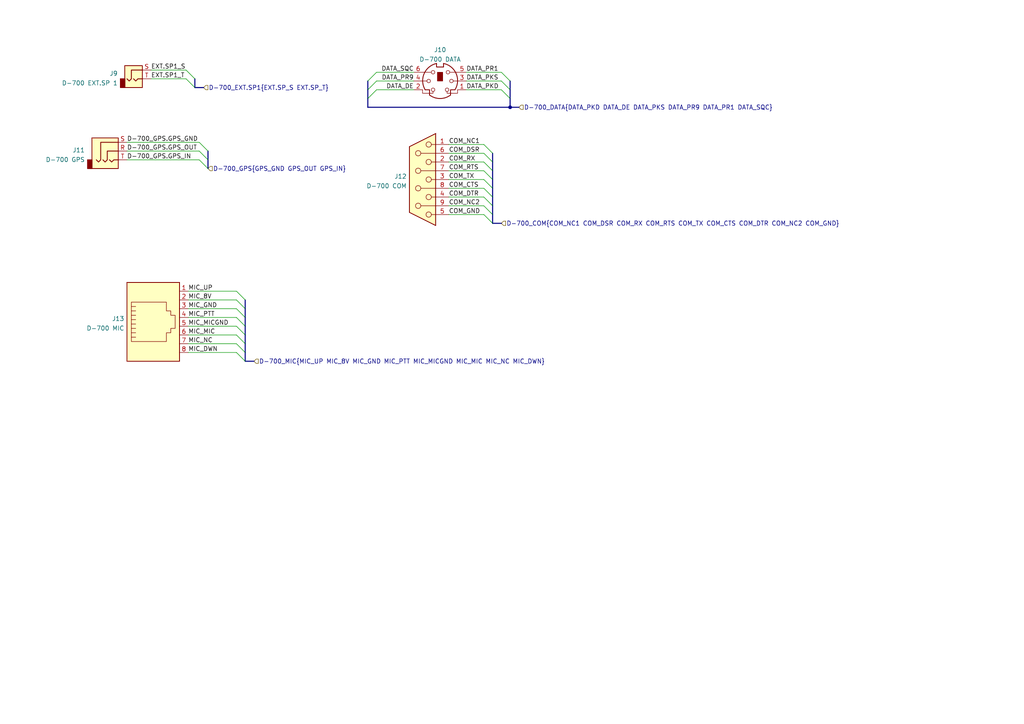
<source format=kicad_sch>
(kicad_sch (version 20211123) (generator eeschema)
  (paper "A4")
  (lib_symbols
    (symbol "Connector:AudioJack2"
      (property "Reference" "J" (at 0 8.89 0))
      (property "Value" "AudioJack2" (at 0 6.35 0))
      (symbol "AudioJack2_0_1"
        (rectangle (start -3.81 0) (end -2.54 -2.54) (stroke (width 0.254)) (fill (type outline)))
        (rectangle (start -2.54 3.81) (end 2.54 -2.54) (stroke (width 0.254)) (fill (type background)))
        (polyline (pts (xy 0 0) (xy 0.635 -0.635) (xy 1.27 0) (xy 2.54 0)) (stroke (width 0.254)))
        (polyline (pts (xy 2.54 2.54) (xy -0.635 2.54) (xy -0.635 0) (xy -1.27 -0.635) (xy -1.905 0)) (stroke (width 0.254)))
      )
      (symbol "AudioJack2_1_1"
        (pin passive line (at 5.08 2.54 180) (length 2.54) (name "~") (number "S"))
        (pin passive line (at 5.08 0 180) (length 2.54) (name "~") (number "T"))
      )
    )
    (symbol "Connector:AudioJack3"
      (property "Reference" "J" (at 0 8.89 0))
      (property "Value" "AudioJack3" (at 0 6.35 0))
      (symbol "AudioJack3_0_1"
        (rectangle (start -5.08 -5.08) (end -6.35 -2.54) (stroke (width 0.254)) (fill (type outline)))
        (polyline (pts (xy 0 -2.54) (xy 0.635 -3.175) (xy 1.27 -2.54) (xy 2.54 -2.54)) (stroke (width 0.254)))
        (polyline (pts (xy -1.905 -2.54) (xy -1.27 -3.175) (xy -0.635 -2.54) (xy -0.635 0) (xy 2.54 0)) (stroke (width 0.254)))
        (polyline (pts (xy 2.54 2.54) (xy -2.54 2.54) (xy -2.54 -2.54) (xy -3.175 -3.175) (xy -3.81 -2.54)) (stroke (width 0.254)))
        (rectangle (start 2.54 3.81) (end -5.08 -5.08) (stroke (width 0.254)) (fill (type background)))
      )
      (symbol "AudioJack3_1_1"
        (pin passive line (at 5.08 0 180) (length 2.54) (name "~") (number "R"))
        (pin passive line (at 5.08 2.54 180) (length 2.54) (name "~") (number "S"))
        (pin passive line (at 5.08 -2.54 180) (length 2.54) (name "~") (number "T"))
      )
    )
    (symbol "Connector:DB9_Female" (pin_names (offset 1.016) hide)
      (property "Reference" "J" (at 0 13.97 0))
      (property "Value" "DB9_Female" (at 0 -14.605 0))
      (symbol "DB9_Female_0_1"
        (circle (center -1.778 -10.16) (radius 0.762))
        (circle (center -1.778 -5.08) (radius 0.762))
        (circle (center -1.778 0) (radius 0.762))
        (circle (center -1.778 5.08) (radius 0.762))
        (circle (center -1.778 10.16) (radius 0.762))
        (polyline (pts (xy -3.81 -10.16) (xy -2.54 -10.16)))
        (polyline (pts (xy -3.81 -7.62) (xy 0.508 -7.62)))
        (polyline (pts (xy -3.81 -5.08) (xy -2.54 -5.08)))
        (polyline (pts (xy -3.81 -2.54) (xy 0.508 -2.54)))
        (polyline (pts (xy -3.81 0) (xy -2.54 0)))
        (polyline (pts (xy -3.81 2.54) (xy 0.508 2.54)))
        (polyline (pts (xy -3.81 5.08) (xy -2.54 5.08)))
        (polyline (pts (xy -3.81 7.62) (xy 0.508 7.62)))
        (polyline (pts (xy -3.81 10.16) (xy -2.54 10.16)))
        (polyline (pts (xy -3.81 13.335) (xy -3.81 -13.335) (xy 3.81 -9.525) (xy 3.81 9.525) (xy -3.81 13.335)) (stroke (width 0.254)) (fill (type background)))
        (circle (center 1.27 -7.62) (radius 0.762))
        (circle (center 1.27 -2.54) (radius 0.762))
        (circle (center 1.27 2.54) (radius 0.762))
        (circle (center 1.27 7.62) (radius 0.762))
      )
      (symbol "DB9_Female_1_1"
        (pin passive line (at -7.62 10.16 0) (length 3.81) (name "1") (number "1"))
        (pin passive line (at -7.62 5.08 0) (length 3.81) (name "2") (number "2"))
        (pin passive line (at -7.62 0 0) (length 3.81) (name "3") (number "3"))
        (pin passive line (at -7.62 -5.08 0) (length 3.81) (name "4") (number "4"))
        (pin passive line (at -7.62 -10.16 0) (length 3.81) (name "5") (number "5"))
        (pin passive line (at -7.62 7.62 0) (length 3.81) (name "6") (number "6"))
        (pin passive line (at -7.62 2.54 0) (length 3.81) (name "7") (number "7"))
        (pin passive line (at -7.62 -2.54 0) (length 3.81) (name "8") (number "8"))
        (pin passive line (at -7.62 -7.62 0) (length 3.81) (name "9") (number "9"))
      )
    )
    (symbol "Connector:Mini-DIN-6" (pin_names (offset 1.016))
      (property "Reference" "J" (at 0 6.35 0))
      (property "Value" "Mini-DIN-6" (at 0 -6.35 0))
      (symbol "Mini-DIN-6_0_1"
        (circle (center -3.302 0) (radius 0.508))
        (arc (start -3.048 -4.064) (mid 0 -5.08) (end 3.048 -4.064) (stroke (width 0.254)))
        (circle (center -2.032 -2.54) (radius 0.508))
        (circle (center -2.032 2.54) (radius 0.508))
        (arc (start -1.016 5.08) (mid -4.6243 2.1182) (end -4.318 -2.54) (stroke (width 0.254)))
        (rectangle (start -0.762 2.54) (end 0.762 0) (fill (type outline)))
        (polyline (pts (xy -3.81 0) (xy -5.08 0)))
        (polyline (pts (xy -2.54 2.54) (xy -5.08 2.54)))
        (polyline (pts (xy 2.794 2.54) (xy 5.08 2.54)))
        (polyline (pts (xy 5.08 0) (xy 3.81 0)))
        (polyline (pts (xy -4.318 -2.54) (xy -3.048 -2.54) (xy -3.048 -4.064)) (stroke (width 0.254)))
        (polyline (pts (xy 4.318 -2.54) (xy 3.048 -2.54) (xy 3.048 -4.064)) (stroke (width 0.254)))
        (polyline (pts (xy -2.032 -3.048) (xy -2.032 -3.556) (xy -5.08 -3.556) (xy -5.08 -2.54)))
        (polyline (pts (xy -1.016 5.08) (xy -1.016 4.064) (xy 1.016 4.064) (xy 1.016 5.08)) (stroke (width 0.254)))
        (polyline (pts (xy 2.032 -3.048) (xy 2.032 -3.556) (xy 5.08 -3.556) (xy 5.08 -2.54)))
        (circle (center 2.032 -2.54) (radius 0.508))
        (circle (center 2.286 2.54) (radius 0.508))
        (circle (center 3.302 0) (radius 0.508))
        (arc (start 4.318 -2.54) (mid 4.6646 2.1357) (end 1.016 5.08) (stroke (width 0.254)))
      )
      (symbol "Mini-DIN-6_1_1"
        (pin passive line (at 7.62 -2.54 180) (length 2.54) (name "~") (number "1"))
        (pin passive line (at -7.62 -2.54 0) (length 2.54) (name "~") (number "2"))
        (pin passive line (at 7.62 0 180) (length 2.54) (name "~") (number "3"))
        (pin passive line (at -7.62 0 0) (length 2.54) (name "~") (number "4"))
        (pin passive line (at 7.62 2.54 180) (length 2.54) (name "~") (number "5"))
        (pin passive line (at -7.62 2.54 0) (length 2.54) (name "~") (number "6"))
      )
    )
    (symbol "Connector:RJ45" (pin_names (offset 1.016))
      (property "Reference" "J" (at -5.08 13.97 0))
      (property "Value" "RJ45" (at 2.54 13.97 0))
      (symbol "RJ45_0_1"
        (polyline (pts (xy -5.08 4.445) (xy -6.35 4.445)))
        (polyline (pts (xy -5.08 5.715) (xy -6.35 5.715)))
        (polyline (pts (xy -6.35 -3.175) (xy -5.08 -3.175) (xy -5.08 -3.175)))
        (polyline (pts (xy -6.35 -1.905) (xy -5.08 -1.905) (xy -5.08 -1.905)))
        (polyline (pts (xy -6.35 -0.635) (xy -5.08 -0.635) (xy -5.08 -0.635)))
        (polyline (pts (xy -6.35 0.635) (xy -5.08 0.635) (xy -5.08 0.635)))
        (polyline (pts (xy -6.35 1.905) (xy -5.08 1.905) (xy -5.08 1.905)))
        (polyline (pts (xy -5.08 3.175) (xy -6.35 3.175) (xy -6.35 3.175)))
        (polyline (pts (xy -6.35 -4.445) (xy -6.35 6.985) (xy 3.81 6.985) (xy 3.81 4.445) (xy 5.08 4.445) (xy 5.08 3.175) (xy 6.35 3.175) (xy 6.35 -0.635) (xy 5.08 -0.635) (xy 5.08 -1.905) (xy 3.81 -1.905) (xy 3.81 -4.445) (xy -6.35 -4.445) (xy -6.35 -4.445)))
        (rectangle (start 7.62 12.7) (end -7.62 -10.16) (stroke (width 0.254)) (fill (type background)))
      )
      (symbol "RJ45_1_1"
        (pin passive line (at 10.16 -7.62 180) (length 2.54) (name "~") (number "1"))
        (pin passive line (at 10.16 -5.08 180) (length 2.54) (name "~") (number "2"))
        (pin passive line (at 10.16 -2.54 180) (length 2.54) (name "~") (number "3"))
        (pin passive line (at 10.16 0 180) (length 2.54) (name "~") (number "4"))
        (pin passive line (at 10.16 2.54 180) (length 2.54) (name "~") (number "5"))
        (pin passive line (at 10.16 5.08 180) (length 2.54) (name "~") (number "6"))
        (pin passive line (at 10.16 7.62 180) (length 2.54) (name "~") (number "7"))
        (pin passive line (at 10.16 10.16 180) (length 2.54) (name "~") (number "8"))
      )
    )
  )
  (junction (at 147.955 31.115))
  (bus_entry (at 109.22 20.955) (size -2.54 2.54))
  (bus_entry (at 140.335 49.53) (size 2.54 2.54))
  (bus_entry (at 140.335 54.61) (size 2.54 2.54))
  (bus_entry (at 145.415 23.495) (size 2.54 2.54))
  (bus_entry (at 145.415 26.035) (size 2.54 2.54))
  (bus_entry (at 68.58 97.155) (size 2.54 2.54))
  (bus_entry (at 57.785 46.355) (size 2.54 2.54))
  (bus_entry (at 68.58 84.455) (size 2.54 2.54))
  (bus_entry (at 53.975 22.86) (size 2.54 2.54))
  (bus_entry (at 140.335 41.91) (size 2.54 2.54))
  (bus_entry (at 68.58 86.995) (size 2.54 2.54))
  (bus_entry (at 140.335 59.69) (size 2.54 2.54))
  (bus_entry (at 68.58 102.235) (size 2.54 2.54))
  (bus_entry (at 53.975 20.32) (size 2.54 2.54))
  (bus_entry (at 57.785 43.815) (size 2.54 2.54))
  (bus_entry (at 68.58 99.695) (size 2.54 2.54))
  (bus_entry (at 145.415 20.955) (size 2.54 2.54))
  (bus_entry (at 140.335 46.99) (size 2.54 2.54))
  (bus_entry (at 109.22 26.035) (size -2.54 2.54))
  (bus_entry (at 140.335 44.45) (size 2.54 2.54))
  (bus_entry (at 109.22 23.495) (size -2.54 2.54))
  (bus_entry (at 140.335 62.23) (size 2.54 2.54))
  (bus_entry (at 140.335 52.07) (size 2.54 2.54))
  (bus_entry (at 140.335 57.15) (size 2.54 2.54))
  (bus_entry (at 68.58 92.075) (size 2.54 2.54))
  (bus_entry (at 68.58 89.535) (size 2.54 2.54))
  (bus_entry (at 68.58 94.615) (size 2.54 2.54))
  (bus_entry (at 57.785 41.275) (size 2.54 2.54))
  (bus (pts (xy 71.12 102.235) (xy 71.12 104.775)))
  (bus (pts (xy 106.68 28.575) (xy 106.68 31.115)))
  (bus (pts (xy 142.875 59.69) (xy 142.875 62.23)))
  (wire (pts (xy 43.815 22.86) (xy 53.975 22.86)))
  (bus (pts (xy 71.12 86.995) (xy 71.12 89.535)))
  (bus (pts (xy 71.12 94.615) (xy 71.12 97.155)))
  (bus (pts (xy 71.12 89.535) (xy 71.12 92.075)))
  (wire (pts (xy 57.785 43.815) (xy 36.83 43.815)))
  (wire (pts (xy 135.255 26.035) (xy 145.415 26.035)))
  (bus (pts (xy 147.955 28.575) (xy 147.955 31.115)))
  (wire (pts (xy 54.61 92.075) (xy 68.58 92.075)))
  (wire (pts (xy 130.175 41.91) (xy 140.335 41.91)))
  (wire (pts (xy 109.22 23.495) (xy 120.015 23.495)))
  (bus (pts (xy 142.875 46.99) (xy 142.875 49.53)))
  (wire (pts (xy 54.61 89.535) (xy 68.58 89.535)))
  (bus (pts (xy 106.68 26.035) (xy 106.68 28.575)))
  (wire (pts (xy 135.255 20.955) (xy 145.415 20.955)))
  (wire (pts (xy 54.61 102.235) (xy 68.58 102.235)))
  (bus (pts (xy 142.875 62.23) (xy 142.875 64.77)))
  (wire (pts (xy 43.815 20.32) (xy 53.975 20.32)))
  (wire (pts (xy 135.255 23.495) (xy 145.415 23.495)))
  (bus (pts (xy 142.875 49.53) (xy 142.875 52.07)))
  (wire (pts (xy 130.175 46.99) (xy 140.335 46.99)))
  (bus (pts (xy 71.12 104.775) (xy 73.66 104.775)))
  (wire (pts (xy 130.175 57.15) (xy 140.335 57.15)))
  (wire (pts (xy 130.175 52.07) (xy 140.335 52.07)))
  (wire (pts (xy 130.175 59.69) (xy 140.335 59.69)))
  (wire (pts (xy 54.61 86.995) (xy 68.58 86.995)))
  (wire (pts (xy 130.175 49.53) (xy 140.335 49.53)))
  (wire (pts (xy 57.785 41.275) (xy 36.83 41.275)))
  (bus (pts (xy 147.955 26.035) (xy 147.955 28.575)))
  (bus (pts (xy 60.325 46.355) (xy 60.325 48.895)))
  (wire (pts (xy 54.61 99.695) (xy 68.58 99.695)))
  (wire (pts (xy 130.175 54.61) (xy 140.335 54.61)))
  (bus (pts (xy 147.955 31.115) (xy 106.68 31.115)))
  (bus (pts (xy 147.955 23.495) (xy 147.955 26.035)))
  (wire (pts (xy 54.61 94.615) (xy 68.58 94.615)))
  (wire (pts (xy 130.175 44.45) (xy 140.335 44.45)))
  (bus (pts (xy 71.12 92.075) (xy 71.12 94.615)))
  (wire (pts (xy 130.175 62.23) (xy 140.335 62.23)))
  (wire (pts (xy 109.22 26.035) (xy 120.015 26.035)))
  (bus (pts (xy 142.875 57.15) (xy 142.875 59.69)))
  (bus (pts (xy 142.875 44.45) (xy 142.875 46.99)))
  (wire (pts (xy 57.785 46.355) (xy 36.83 46.355)))
  (wire (pts (xy 109.22 20.955) (xy 120.015 20.955)))
  (bus (pts (xy 60.325 43.815) (xy 60.325 46.355)))
  (bus (pts (xy 106.68 23.495) (xy 106.68 26.035)))
  (bus (pts (xy 71.12 97.155) (xy 71.12 99.695)))
  (wire (pts (xy 54.61 97.155) (xy 68.58 97.155)))
  (bus (pts (xy 142.875 64.77) (xy 145.415 64.77)))
  (bus (pts (xy 71.12 99.695) (xy 71.12 102.235)))
  (bus (pts (xy 142.875 54.61) (xy 142.875 57.15)))
  (bus (pts (xy 142.875 52.07) (xy 142.875 54.61)))
  (bus (pts (xy 147.955 31.115) (xy 150.495 31.115)))
  (bus (pts (xy 56.515 22.86) (xy 56.515 25.4)))
  (wire (pts (xy 54.61 84.455) (xy 68.58 84.455)))
  (bus (pts (xy 56.515 25.4) (xy 59.055 25.4)))
  (label "COM_NC2" (at 130.175 59.69 0))
  (label "MIC_MIC" (at 54.61 97.155 0))
  (label "EXT.SP1_T" (at 43.815 22.86 0))
  (label "MIC_NC" (at 54.61 99.695 0))
  (label "COM_RX" (at 130.175 46.99 0))
  (label "EXT.SP1_S" (at 43.815 20.32 0))
  (label "COM_DTR" (at 130.175 57.15 0))
  (label "MIC_GND" (at 54.61 89.535 0))
  (label "COM_RTS" (at 130.175 49.53 0))
  (label "MIC_MICGND" (at 54.61 94.615 0))
  (label "DATA_PKS" (at 135.255 23.495 0))
  (label "DATA_PR1" (at 135.255 20.955 0))
  (label "COM_GND" (at 130.175 62.23 0))
  (label "DATA_SQC" (at 120.015 20.955 180))
  (label "COM_NC1" (at 130.175 41.91 0))
  (label "COM_TX" (at 130.175 52.07 0))
  (label "DATA_DE" (at 120.015 26.035 180))
  (label "D-700_GPS.GPS_GND" (at 36.83 41.275 0))
  (label "COM_DSR" (at 130.175 44.45 0))
  (label "D-700_GPS.GPS_OUT" (at 36.83 43.815 0))
  (label "DATA_PKD" (at 135.255 26.035 0))
  (label "DATA_PR9" (at 120.015 23.495 180))
  (label "COM_CTS" (at 130.175 54.61 0))
  (label "MIC_8V" (at 54.61 86.995 0))
  (label "MIC_DWN" (at 54.61 102.235 0))
  (label "MIC_PTT" (at 54.61 92.075 0))
  (label "D-700_GPS.GPS_IN" (at 36.83 46.355 0))
  (label "MIC_UP" (at 54.61 84.455 0))
  (hierarchical_label "D-700_MIC{MIC_UP MIC_8V MIC_GND MIC_PTT MIC_MICGND MIC_MIC MIC_NC MIC_DWN}" (shape input) (at 73.66 104.775 0))
  (hierarchical_label "D-700_DATA{DATA_PKD DATA_DE DATA_PKS DATA_PR9 DATA_PR1 DATA_SQC}" (shape input) (at 150.495 31.115 0))
  (hierarchical_label "D-700_GPS{GPS_GND GPS_OUT GPS_IN}" (shape input) (at 60.325 48.895 0))
  (hierarchical_label "D-700_EXT.SP1{EXT.SP_S EXT.SP_T}" (shape input) (at 59.055 25.4 0))
  (hierarchical_label "D-700_COM{COM_NC1 COM_DSR COM_RX COM_RTS COM_TX COM_CTS COM_DTR COM_NC2 COM_GND}" (shape input) (at 145.415 64.77 0))
  (symbol (lib_id "Connector:AudioJack2") (at 38.735 22.86 0) (unit 1)
    (property "Reference" "J9" (at 34.163 21.3165 0) (effects (justify right)))
    (property "Value" "D-700 EXT.SP 1" (at 34.163 24.0916 0) (effects (justify right)))
    (property "Footprint" "Connector_Audio:Jack_3.5mm_Switronic_ST-005-G_horizontal" (effects hide))
  )
  (symbol (lib_id "Connector:Mini-DIN-6") (at 127.635 23.495 0) (unit 1)
    (property "Reference" "J10" (at 127.6527 14.4485 0))
    (property "Value" "D-700 DATA" (at 127.6527 17.2236 0))
    (property "Datasheet" "http://service.powerdynamics.com/ec/Catalog17/Section%2011.pdf" (effects hide))
  )
  (symbol (lib_id "Connector:DB9_Female") (at 122.555 52.07 0) (mirror y) (unit 1)
    (property "Reference" "J12" (at 117.983 51.1615 0) (effects (justify left)))
    (property "Value" "D-700 COM" (at 117.983 53.9366 0) (effects (justify left)))
    (property "Footprint" "Connector_Dsub:DSUB-9_Male_Horizontal_P2.77x2.84mm_EdgePinOffset4.94mm_Housed_MountingHolesOffset7.48mm" (effects hide))
    (property "Datasheet" " ~" (effects hide))
  )
  (symbol (lib_id "Connector:AudioJack3") (at 31.75 43.815 0) (unit 1)
    (property "Reference" "J11" (at 24.638 43.5415 0) (effects (justify right)))
    (property "Value" "D-700 GPS" (at 24.638 46.3166 0) (effects (justify right)))
    (property "Footprint" "Connector_Audio:Jack_3.5mm_Switronic_ST-005-G_horizontal" (effects hide))
  )
  (symbol (lib_id "Connector:RJ45") (at 44.45 92.075 0) (mirror x) (unit 1)
    (property "Reference" "J13" (at 36.068 92.4365 0) (effects (justify right)))
    (property "Value" "D-700 MIC" (at 36.068 95.2116 0) (effects (justify right)))
    (property "Footprint" "Connector_RJ:RJ45_Amphenol_54602-x08_Horizontal" (effects hide))
  )
)
</source>
